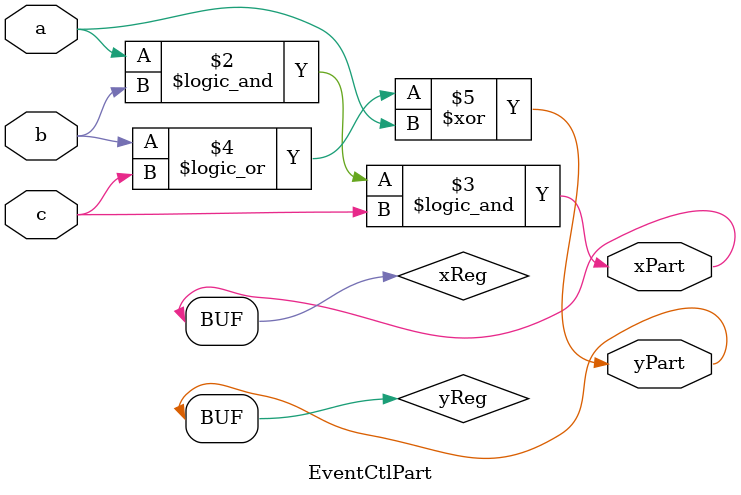
<source format=sv>
module EventCtlPart (output xPart, yPart, input a, b, c);
reg xReg, yReg;
assign xPart = xReg;
assign yPart = yReg;
always @(a, b)
begin: PartList
    xReg <= a && b && c;
    yReg <= (b || c) ^ a;
end
endmodule
</source>
